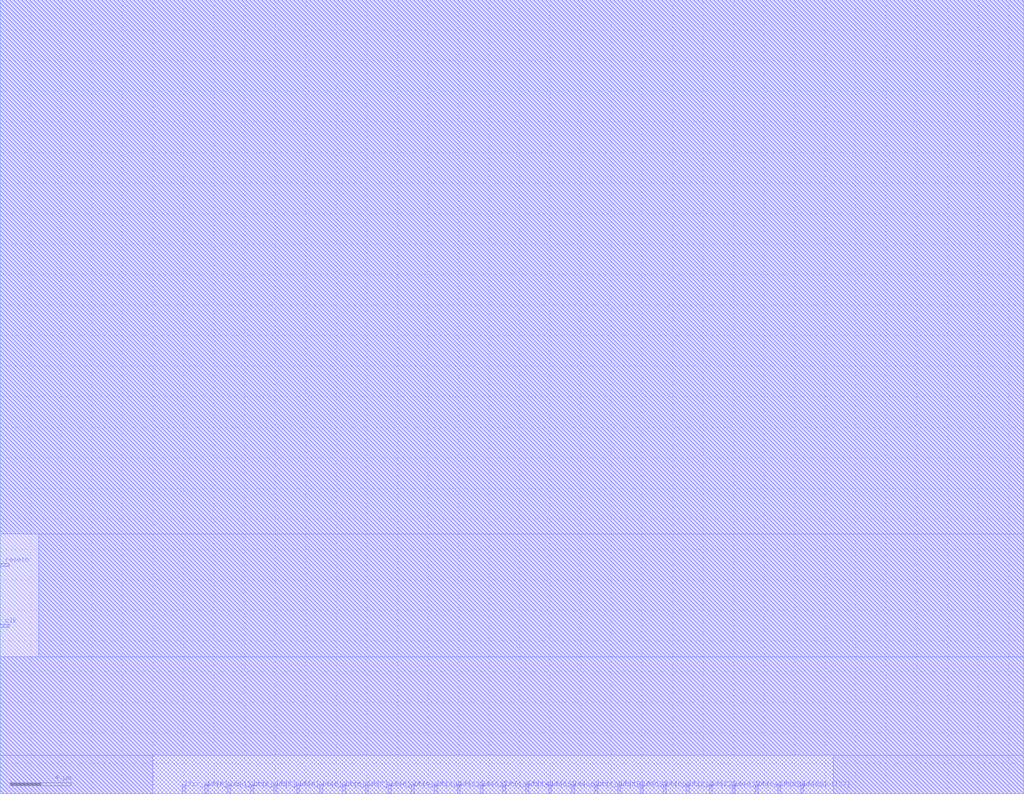
<source format=lef>
##
## LEF for PtnCells ;
## created by Encounter v14.23-s044_1 on Wed Feb 27 22:15:21 2019
##

VERSION 5.5 ;

NAMESCASESENSITIVE ON ;
BUSBITCHARS "[]" ;
DIVIDERCHAR "/" ;

MACRO lfsr1
  CLASS BLOCK ;
  SIZE 67.0000 BY 52.0000 ;
  FOREIGN lfsr1 0.0000 0.0000 ;
  ORIGIN 0 0 ;
  SYMMETRY X Y R90 ;
  PIN clk
    DIRECTION INPUT ;
    USE SIGNAL ;
    ANTENNAPARTIALMETALAREA 5.86 LAYER M3  ;
    ANTENNAPARTIALMETALSIDEAREA 21.682 LAYER M3  ;
    ANTENNAMODEL OXIDE1 ;
    ANTENNAGATEAREA 1.7016 LAYER M3  ;
    ANTENNAMAXAREACAR 5.59473 LAYER M3  ;
    ANTENNAMAXSIDEAREACAR 20.969 LAYER M3  ;
    ANTENNAMAXCUTCAR 0.0470146 LAYER VL  ;
    PORT
      LAYER M3 ;
        RECT 0.0000 10.9000 0.6000 11.1000 ;
    END
  END clk
  PIN resetn
    DIRECTION INPUT ;
    USE SIGNAL ;
    ANTENNAPARTIALMETALAREA 5.98 LAYER M3  ;
    ANTENNAPARTIALMETALSIDEAREA 22.866 LAYER M3  ;
    ANTENNAMODEL OXIDE1 ;
    ANTENNAGATEAREA 3.9648 LAYER M3  ;
    ANTENNAMAXAREACAR 19.492 LAYER M3  ;
    ANTENNAMAXSIDEAREACAR 75.3915 LAYER M3  ;
    ANTENNAMAXCUTCAR 0.968523 LAYER VL  ;
    PORT
      LAYER M3 ;
        RECT 0.0000 14.9000 0.6000 15.1000 ;
    END
  END resetn
  PIN lfsr_out[27]
    DIRECTION OUTPUT ;
    USE SIGNAL ;
    ANTENNAPARTIALMETALAREA 6.12 LAYER M2  ;
    ANTENNAPARTIALMETALSIDEAREA 22.644 LAYER M2  ;
    ANTENNAPARTIALCUTAREA 0.04 LAYER V2  ;
    ANTENNAPARTIALMETALAREA 2.44 LAYER M3  ;
    ANTENNAPARTIALMETALSIDEAREA 9.176 LAYER M3  ;
    ANTENNAMODEL OXIDE1 ;
    ANTENNAGATEAREA 1.2552 LAYER M3  ;
    ANTENNAMAXAREACAR 3.40913 LAYER M3  ;
    ANTENNAMAXSIDEAREACAR 12.9484 LAYER M3  ;
    ANTENNAMAXCUTCAR 0.358423 LAYER VL  ;
    PORT
      LAYER M2 ;
        RECT 52.4000 0.0000 52.6000 0.6000 ;
    END
  END lfsr_out[27]
  PIN lfsr_out[26]
    DIRECTION OUTPUT ;
    USE SIGNAL ;
    ANTENNAPARTIALMETALAREA 5.14 LAYER M2  ;
    ANTENNAPARTIALMETALSIDEAREA 19.018 LAYER M2  ;
    ANTENNAPARTIALCUTAREA 0.04 LAYER V2  ;
    ANTENNAPARTIALMETALAREA 2.4 LAYER M3  ;
    ANTENNAPARTIALMETALSIDEAREA 9.176 LAYER M3  ;
    ANTENNAMODEL OXIDE1 ;
    ANTENNAGATEAREA 1.0896 LAYER M3  ;
    ANTENNAMAXAREACAR 6.06375 LAYER M3  ;
    ANTENNAMAXSIDEAREACAR 26.2548 LAYER M3  ;
    ANTENNAMAXCUTCAR 1.38889 LAYER VL  ;
    PORT
      LAYER M2 ;
        RECT 50.9000 0.0000 51.1000 0.6000 ;
    END
  END lfsr_out[26]
  PIN lfsr_out[25]
    DIRECTION OUTPUT ;
    USE SIGNAL ;
    ANTENNAPARTIALMETALAREA 5.14 LAYER M2  ;
    ANTENNAPARTIALMETALSIDEAREA 19.018 LAYER M2  ;
    ANTENNAPARTIALCUTAREA 0.04 LAYER V2  ;
    ANTENNAPARTIALMETALAREA 0.54 LAYER M3  ;
    ANTENNAPARTIALMETALSIDEAREA 2.146 LAYER M3  ;
    ANTENNAMODEL OXIDE1 ;
    ANTENNAGATEAREA 1.0896 LAYER M3  ;
    ANTENNAMAXAREACAR 3.0443 LAYER M3  ;
    ANTENNAMAXSIDEAREACAR 12.5133 LAYER M3  ;
    ANTENNAMAXCUTCAR 0.731155 LAYER VL  ;
    PORT
      LAYER M2 ;
        RECT 49.4000 0.0000 49.6000 0.6000 ;
    END
  END lfsr_out[25]
  PIN lfsr_out[24]
    DIRECTION OUTPUT ;
    USE SIGNAL ;
    ANTENNAPARTIALMETALAREA 4.7 LAYER M2  ;
    ANTENNAPARTIALMETALSIDEAREA 17.39 LAYER M2  ;
    ANTENNAPARTIALCUTAREA 0.04 LAYER V2  ;
    ANTENNAPARTIALMETALAREA 3.4 LAYER M3  ;
    ANTENNAPARTIALMETALSIDEAREA 12.728 LAYER M3  ;
    ANTENNAMODEL OXIDE1 ;
    ANTENNAGATEAREA 1.0896 LAYER M3  ;
    ANTENNAMAXAREACAR 12.5371 LAYER M3  ;
    ANTENNAMAXSIDEAREACAR 50.0702 LAYER M3  ;
    ANTENNAMAXCUTCAR 1.38889 LAYER VL  ;
    PORT
      LAYER M2 ;
        RECT 47.9000 0.0000 48.1000 0.6000 ;
    END
  END lfsr_out[24]
  PIN lfsr_out[23]
    DIRECTION OUTPUT ;
    USE SIGNAL ;
    ANTENNAPARTIALMETALAREA 4.7 LAYER M2  ;
    ANTENNAPARTIALMETALSIDEAREA 17.538 LAYER M2  ;
    ANTENNAMODEL OXIDE1 ;
    ANTENNAGATEAREA 1.1136 LAYER M2  ;
    ANTENNAMAXAREACAR 5.91662 LAYER M2  ;
    ANTENNAMAXSIDEAREACAR 22.4156 LAYER M2  ;
    ANTENNAPARTIALCUTAREA 0.04 LAYER V2  ;
    ANTENNAMAXCUTCAR 0.526116 LAYER V2  ;
    ANTENNAPARTIALMETALAREA 1.48 LAYER M3  ;
    ANTENNAPARTIALMETALSIDEAREA 5.624 LAYER M3  ;
    ANTENNAGATEAREA 1.1712 LAYER M3  ;
    ANTENNAMAXAREACAR 7.18029 LAYER M3  ;
    ANTENNAMAXSIDEAREACAR 27.2175 LAYER M3  ;
    ANTENNAMAXCUTCAR 1.38889 LAYER VL  ;
    PORT
      LAYER M2 ;
        RECT 46.4000 0.0000 46.6000 0.6000 ;
    END
  END lfsr_out[23]
  PIN lfsr_out[22]
    DIRECTION OUTPUT ;
    USE SIGNAL ;
    ANTENNAPARTIALMETALAREA 4.94 LAYER M2  ;
    ANTENNAPARTIALMETALSIDEAREA 18.278 LAYER M2  ;
    ANTENNAMODEL OXIDE1 ;
    ANTENNAGATEAREA 0.0576 LAYER M2  ;
    ANTENNAMAXAREACAR 87.5417 LAYER M2  ;
    ANTENNAMAXSIDEAREACAR 324.882 LAYER M2  ;
    ANTENNAPARTIALCUTAREA 0.04 LAYER V2  ;
    ANTENNAMAXCUTCAR 1.38889 LAYER V2  ;
    ANTENNAPARTIALMETALAREA 1.96 LAYER M3  ;
    ANTENNAPARTIALMETALSIDEAREA 7.4 LAYER M3  ;
    ANTENNAGATEAREA 1.0896 LAYER M3  ;
    ANTENNAMAXAREACAR 89.3405 LAYER M3  ;
    ANTENNAMAXSIDEAREACAR 331.673 LAYER M3  ;
    ANTENNAMAXCUTCAR 1.38889 LAYER VL  ;
    PORT
      LAYER M2 ;
        RECT 44.9000 0.0000 45.1000 0.6000 ;
    END
  END lfsr_out[22]
  PIN lfsr_out[21]
    DIRECTION OUTPUT ;
    USE SIGNAL ;
    ANTENNAPARTIALMETALAREA 0.1 LAYER M2  ;
    ANTENNAPARTIALMETALSIDEAREA 0.37 LAYER M2  ;
    ANTENNAPARTIALCUTAREA 0.04 LAYER V2  ;
    ANTENNAPARTIALMETALAREA 3.98 LAYER M3  ;
    ANTENNAPARTIALMETALSIDEAREA 15.022 LAYER M3  ;
    ANTENNAMODEL OXIDE1 ;
    ANTENNAGATEAREA 1.0896 LAYER M3  ;
    ANTENNAMAXAREACAR 10.2916 LAYER M3  ;
    ANTENNAMAXSIDEAREACAR 41.8978 LAYER M3  ;
    ANTENNAMAXCUTCAR 1.38889 LAYER VL  ;
    PORT
      LAYER M2 ;
        RECT 43.4000 0.0000 43.6000 0.6000 ;
    END
  END lfsr_out[21]
  PIN lfsr_out[20]
    DIRECTION OUTPUT ;
    USE SIGNAL ;
    ANTENNAPARTIALMETALAREA 0.34 LAYER M2  ;
    ANTENNAPARTIALMETALSIDEAREA 1.258 LAYER M2  ;
    ANTENNAPARTIALCUTAREA 0.04 LAYER V2  ;
    ANTENNAPARTIALMETALAREA 3.32 LAYER M3  ;
    ANTENNAPARTIALMETALSIDEAREA 12.58 LAYER M3  ;
    ANTENNAMODEL OXIDE1 ;
    ANTENNAGATEAREA 1.0896 LAYER M3  ;
    ANTENNAMAXAREACAR 6.9081 LAYER M3  ;
    ANTENNAMAXSIDEAREACAR 29.3789 LAYER M3  ;
    ANTENNAMAXCUTCAR 1.38889 LAYER VL  ;
    PORT
      LAYER M2 ;
        RECT 41.9000 0.0000 42.1000 0.6000 ;
    END
  END lfsr_out[20]
  PIN lfsr_out[19]
    DIRECTION OUTPUT ;
    USE SIGNAL ;
    ANTENNAPARTIALMETALAREA 2.48 LAYER M2  ;
    ANTENNAPARTIALMETALSIDEAREA 9.176 LAYER M2  ;
    ANTENNAPARTIALCUTAREA 0.04 LAYER V2  ;
    ANTENNAPARTIALMETALAREA 2.04 LAYER M3  ;
    ANTENNAPARTIALMETALSIDEAREA 7.696 LAYER M3  ;
    ANTENNAMODEL OXIDE1 ;
    ANTENNAGATEAREA 1.0896 LAYER M3  ;
    ANTENNAMAXAREACAR 15.4556 LAYER M3  ;
    ANTENNAMAXSIDEAREACAR 60.8687 LAYER M3  ;
    ANTENNAMAXCUTCAR 1.38889 LAYER VL  ;
    PORT
      LAYER M2 ;
        RECT 40.4000 0.0000 40.6000 0.6000 ;
    END
  END lfsr_out[19]
  PIN lfsr_out[18]
    DIRECTION OUTPUT ;
    USE SIGNAL ;
    ANTENNAPARTIALMETALAREA 1.14 LAYER M2  ;
    ANTENNAPARTIALMETALSIDEAREA 4.218 LAYER M2  ;
    ANTENNAPARTIALCUTAREA 0.04 LAYER V2  ;
    ANTENNAPARTIALMETALAREA 0.68 LAYER M3  ;
    ANTENNAPARTIALMETALSIDEAREA 2.664 LAYER M3  ;
    ANTENNAMODEL OXIDE1 ;
    ANTENNAGATEAREA 1.0896 LAYER M3  ;
    ANTENNAMAXAREACAR 4.12726 LAYER M3  ;
    ANTENNAMAXSIDEAREACAR 16.5203 LAYER M3  ;
    ANTENNAMAXCUTCAR 0.731155 LAYER VL  ;
    PORT
      LAYER M2 ;
        RECT 38.9000 0.0000 39.1000 0.6000 ;
    END
  END lfsr_out[18]
  PIN lfsr_out[17]
    DIRECTION OUTPUT ;
    USE SIGNAL ;
    ANTENNAPARTIALMETALAREA 3.06 LAYER M2  ;
    ANTENNAPARTIALMETALSIDEAREA 11.322 LAYER M2  ;
    ANTENNAPARTIALCUTAREA 0.04 LAYER V2  ;
    ANTENNAPARTIALMETALAREA 0.62 LAYER M3  ;
    ANTENNAPARTIALMETALSIDEAREA 2.442 LAYER M3  ;
    ANTENNAMODEL OXIDE1 ;
    ANTENNAGATEAREA 1.0896 LAYER M3  ;
    ANTENNAMAXAREACAR 3.0443 LAYER M3  ;
    ANTENNAMAXSIDEAREACAR 12.5133 LAYER M3  ;
    ANTENNAMAXCUTCAR 0.731155 LAYER VL  ;
    PORT
      LAYER M2 ;
        RECT 37.4000 0.0000 37.6000 0.6000 ;
    END
  END lfsr_out[17]
  PIN lfsr_out[16]
    DIRECTION OUTPUT ;
    USE SIGNAL ;
    ANTENNAPARTIALMETALAREA 2.5 LAYER M2  ;
    ANTENNAPARTIALMETALSIDEAREA 9.25 LAYER M2  ;
    ANTENNAPARTIALCUTAREA 0.04 LAYER V2  ;
    ANTENNAPARTIALMETALAREA 3.48 LAYER M3  ;
    ANTENNAPARTIALMETALSIDEAREA 13.172 LAYER M3  ;
    ANTENNAMODEL OXIDE1 ;
    ANTENNAGATEAREA 1.2288 LAYER M3  ;
    ANTENNAMAXAREACAR 6.26179 LAYER M3  ;
    ANTENNAMAXSIDEAREACAR 24.5231 LAYER M3  ;
    ANTENNAMAXCUTCAR 0.767866 LAYER VL  ;
    PORT
      LAYER M2 ;
        RECT 35.9000 0.0000 36.1000 0.6000 ;
    END
  END lfsr_out[16]
  PIN lfsr_out[15]
    DIRECTION OUTPUT ;
    USE SIGNAL ;
    ANTENNAPARTIALMETALAREA 5.64 LAYER M2  ;
    ANTENNAPARTIALMETALSIDEAREA 20.868 LAYER M2  ;
    ANTENNAMODEL OXIDE1 ;
    ANTENNAGATEAREA 0.0576 LAYER M2  ;
    ANTENNAMAXAREACAR 99.6944 LAYER M2  ;
    ANTENNAMAXSIDEAREACAR 369.847 LAYER M2  ;
    ANTENNAPARTIALCUTAREA 0.04 LAYER V2  ;
    ANTENNAMAXCUTCAR 1.38889 LAYER V2  ;
    ANTENNAPARTIALMETALAREA 1 LAYER M3  ;
    ANTENNAPARTIALMETALSIDEAREA 3.848 LAYER M3  ;
    ANTENNAGATEAREA 1.0896 LAYER M3  ;
    ANTENNAMAXAREACAR 100.612 LAYER M3  ;
    ANTENNAMAXSIDEAREACAR 373.379 LAYER M3  ;
    ANTENNAMAXCUTCAR 1.38889 LAYER VL  ;
    PORT
      LAYER M2 ;
        RECT 34.4000 0.0000 34.6000 0.6000 ;
    END
  END lfsr_out[15]
  PIN lfsr_out[14]
    DIRECTION OUTPUT ;
    USE SIGNAL ;
    ANTENNAPARTIALMETALAREA 5.94 LAYER M2  ;
    ANTENNAPARTIALMETALSIDEAREA 21.978 LAYER M2  ;
    ANTENNAPARTIALCUTAREA 0.04 LAYER V2  ;
    ANTENNAPARTIALMETALAREA 0.6 LAYER M3  ;
    ANTENNAPARTIALMETALSIDEAREA 2.368 LAYER M3  ;
    ANTENNAMODEL OXIDE1 ;
    ANTENNAGATEAREA 1.0896 LAYER M3  ;
    ANTENNAMAXAREACAR 3.02594 LAYER M3  ;
    ANTENNAMAXSIDEAREACAR 12.4454 LAYER M3  ;
    ANTENNAMAXCUTCAR 0.731155 LAYER VL  ;
    PORT
      LAYER M2 ;
        RECT 32.9000 0.0000 33.1000 0.6000 ;
    END
  END lfsr_out[14]
  PIN lfsr_out[13]
    DIRECTION OUTPUT ;
    USE SIGNAL ;
    ANTENNAPARTIALMETALAREA 0.1 LAYER M2  ;
    ANTENNAPARTIALMETALSIDEAREA 0.37 LAYER M2  ;
    ANTENNAPARTIALCUTAREA 0.04 LAYER V2  ;
    ANTENNAPARTIALMETALAREA 2.06 LAYER M3  ;
    ANTENNAPARTIALMETALSIDEAREA 7.77 LAYER M3  ;
    ANTENNAMODEL OXIDE1 ;
    ANTENNAGATEAREA 1.0896 LAYER M3  ;
    ANTENNAMAXAREACAR 9.65223 LAYER M3  ;
    ANTENNAMAXSIDEAREACAR 36.9627 LAYER M3  ;
    ANTENNAMAXCUTCAR 0.731155 LAYER VL  ;
    PORT
      LAYER M2 ;
        RECT 31.4000 0.0000 31.6000 0.6000 ;
    END
  END lfsr_out[13]
  PIN lfsr_out[12]
    DIRECTION OUTPUT ;
    USE SIGNAL ;
    ANTENNAPARTIALMETALAREA 1.86 LAYER M2  ;
    ANTENNAPARTIALMETALSIDEAREA 6.882 LAYER M2  ;
    ANTENNAPARTIALCUTAREA 0.04 LAYER V2  ;
    ANTENNAPARTIALMETALAREA 0.32 LAYER M3  ;
    ANTENNAPARTIALMETALSIDEAREA 1.332 LAYER M3  ;
    ANTENNAMODEL OXIDE1 ;
    ANTENNAGATEAREA 1.0896 LAYER M3  ;
    ANTENNAMAXAREACAR 6.14635 LAYER M3  ;
    ANTENNAMAXSIDEAREACAR 23.9909 LAYER M3  ;
    ANTENNAMAXCUTCAR 0.731155 LAYER VL  ;
    PORT
      LAYER M2 ;
        RECT 29.9000 0.0000 30.1000 0.6000 ;
    END
  END lfsr_out[12]
  PIN lfsr_out[11]
    DIRECTION OUTPUT ;
    USE SIGNAL ;
    ANTENNAPARTIALMETALAREA 2.66 LAYER M2  ;
    ANTENNAPARTIALMETALSIDEAREA 9.842 LAYER M2  ;
    ANTENNAPARTIALCUTAREA 0.04 LAYER V2  ;
    ANTENNAPARTIALMETALAREA 1.38 LAYER M3  ;
    ANTENNAPARTIALMETALSIDEAREA 5.254 LAYER M3  ;
    ANTENNAMODEL OXIDE1 ;
    ANTENNAGATEAREA 1.0896 LAYER M3  ;
    ANTENNAMAXAREACAR 5.02668 LAYER M3  ;
    ANTENNAMAXSIDEAREACAR 19.984 LAYER M3  ;
    ANTENNAMAXCUTCAR 0.731155 LAYER VL  ;
    PORT
      LAYER M2 ;
        RECT 28.4000 0.0000 28.6000 0.6000 ;
    END
  END lfsr_out[11]
  PIN lfsr_out[10]
    DIRECTION OUTPUT ;
    USE SIGNAL ;
    ANTENNAPARTIALMETALAREA 3.46 LAYER M2  ;
    ANTENNAPARTIALMETALSIDEAREA 12.802 LAYER M2  ;
    ANTENNAPARTIALCUTAREA 0.04 LAYER V2  ;
    ANTENNAPARTIALMETALAREA 0.68 LAYER M3  ;
    ANTENNAPARTIALMETALSIDEAREA 2.664 LAYER M3  ;
    ANTENNAMODEL OXIDE1 ;
    ANTENNAGATEAREA 1.0896 LAYER M3  ;
    ANTENNAMAXAREACAR 3.31963 LAYER M3  ;
    ANTENNAMAXSIDEAREACAR 13.5321 LAYER M3  ;
    ANTENNAMAXCUTCAR 0.731155 LAYER VL  ;
    PORT
      LAYER M2 ;
        RECT 26.9000 0.0000 27.1000 0.6000 ;
    END
  END lfsr_out[10]
  PIN lfsr_out[9]
    DIRECTION OUTPUT ;
    USE SIGNAL ;
    ANTENNAPARTIALMETALAREA 2.74 LAYER M2  ;
    ANTENNAPARTIALMETALSIDEAREA 10.138 LAYER M2  ;
    ANTENNAPARTIALCUTAREA 0.04 LAYER V2  ;
    ANTENNAPARTIALMETALAREA 0.62 LAYER M3  ;
    ANTENNAPARTIALMETALSIDEAREA 2.442 LAYER M3  ;
    ANTENNAMODEL OXIDE1 ;
    ANTENNAGATEAREA 1.0896 LAYER M3  ;
    ANTENNAMAXAREACAR 4.14562 LAYER M3  ;
    ANTENNAMAXSIDEAREACAR 16.5882 LAYER M3  ;
    ANTENNAMAXCUTCAR 0.731155 LAYER VL  ;
    PORT
      LAYER M2 ;
        RECT 25.4000 0.0000 25.6000 0.6000 ;
    END
  END lfsr_out[9]
  PIN lfsr_out[8]
    DIRECTION OUTPUT ;
    USE SIGNAL ;
    ANTENNAPARTIALMETALAREA 1.94 LAYER M2  ;
    ANTENNAPARTIALMETALSIDEAREA 7.178 LAYER M2  ;
    ANTENNAPARTIALCUTAREA 0.04 LAYER V2  ;
    ANTENNAPARTIALMETALAREA 1.44 LAYER M3  ;
    ANTENNAPARTIALMETALSIDEAREA 5.476 LAYER M3  ;
    ANTENNAMODEL OXIDE1 ;
    ANTENNAGATEAREA 1.0896 LAYER M3  ;
    ANTENNAMAXAREACAR 4.2374 LAYER M3  ;
    ANTENNAMAXSIDEAREACAR 16.9278 LAYER M3  ;
    ANTENNAMAXCUTCAR 0.731155 LAYER VL  ;
    PORT
      LAYER M2 ;
        RECT 23.9000 0.0000 24.1000 0.6000 ;
    END
  END lfsr_out[8]
  PIN lfsr_out[7]
    DIRECTION OUTPUT ;
    USE SIGNAL ;
    ANTENNAPARTIALMETALAREA 2.4 LAYER M2  ;
    ANTENNAPARTIALMETALSIDEAREA 8.88 LAYER M2  ;
    ANTENNAMODEL OXIDE1 ;
    ANTENNAGATEAREA 1.0896 LAYER M2  ;
    ANTENNAMAXAREACAR 3.98042 LAYER M2  ;
    ANTENNAMAXSIDEAREACAR 15.7053 LAYER M2  ;
    ANTENNAMAXCUTCAR 0.694444 LAYER V2  ;
    PORT
      LAYER M2 ;
        RECT 22.4000 0.0000 22.6000 0.6000 ;
    END
  END lfsr_out[7]
  PIN lfsr_out[6]
    DIRECTION OUTPUT ;
    USE SIGNAL ;
    ANTENNAPARTIALMETALAREA 0.9 LAYER M2  ;
    ANTENNAPARTIALMETALSIDEAREA 3.33 LAYER M2  ;
    ANTENNAPARTIALCUTAREA 0.04 LAYER V2  ;
    ANTENNAPARTIALMETALAREA 1.96 LAYER M3  ;
    ANTENNAPARTIALMETALSIDEAREA 7.4 LAYER M3  ;
    ANTENNAMODEL OXIDE1 ;
    ANTENNAGATEAREA 1.0896 LAYER M3  ;
    ANTENNAMAXAREACAR 5.44885 LAYER M3  ;
    ANTENNAMAXSIDEAREACAR 21.4102 LAYER M3  ;
    ANTENNAMAXCUTCAR 0.731155 LAYER VL  ;
    PORT
      LAYER M2 ;
        RECT 20.9000 0.0000 21.1000 0.6000 ;
    END
  END lfsr_out[6]
  PIN lfsr_out[5]
    DIRECTION OUTPUT ;
    USE SIGNAL ;
    ANTENNAPARTIALMETALAREA 3.72 LAYER M2  ;
    ANTENNAPARTIALMETALSIDEAREA 13.764 LAYER M2  ;
    ANTENNAMODEL OXIDE1 ;
    ANTENNAGATEAREA 1.0896 LAYER M2  ;
    ANTENNAMAXAREACAR 5.19187 LAYER M2  ;
    ANTENNAMAXSIDEAREACAR 20.1877 LAYER M2  ;
    ANTENNAMAXCUTCAR 0.694444 LAYER V2  ;
    PORT
      LAYER M2 ;
        RECT 19.4000 0.0000 19.6000 0.6000 ;
    END
  END lfsr_out[5]
  PIN lfsr_out[4]
    DIRECTION OUTPUT ;
    USE SIGNAL ;
    ANTENNAPARTIALMETALAREA 0.74 LAYER M2  ;
    ANTENNAPARTIALMETALSIDEAREA 2.738 LAYER M2  ;
    ANTENNAPARTIALCUTAREA 0.04 LAYER V2  ;
    ANTENNAPARTIALMETALAREA 1.52 LAYER M3  ;
    ANTENNAPARTIALMETALSIDEAREA 5.772 LAYER M3  ;
    ANTENNAMODEL OXIDE1 ;
    ANTENNAGATEAREA 1.0896 LAYER M3  ;
    ANTENNAMAXAREACAR 6.58688 LAYER M3  ;
    ANTENNAMAXSIDEAREACAR 25.6209 LAYER M3  ;
    ANTENNAMAXCUTCAR 0.731155 LAYER VL  ;
    PORT
      LAYER M2 ;
        RECT 17.9000 0.0000 18.1000 0.6000 ;
    END
  END lfsr_out[4]
  PIN lfsr_out[3]
    DIRECTION OUTPUT ;
    USE SIGNAL ;
    ANTENNAPARTIALMETALAREA 4.02 LAYER M2  ;
    ANTENNAPARTIALMETALSIDEAREA 14.874 LAYER M2  ;
    ANTENNAPARTIALCUTAREA 0.04 LAYER V2  ;
    ANTENNAPARTIALMETALAREA 0.54 LAYER M3  ;
    ANTENNAPARTIALMETALSIDEAREA 2.146 LAYER M3  ;
    ANTENNAMODEL OXIDE1 ;
    ANTENNAGATEAREA 1.0896 LAYER M3  ;
    ANTENNAMAXAREACAR 3.33798 LAYER M3  ;
    ANTENNAMAXSIDEAREACAR 13.6 LAYER M3  ;
    ANTENNAMAXCUTCAR 0.731155 LAYER VL  ;
    PORT
      LAYER M2 ;
        RECT 16.4000 0.0000 16.6000 0.6000 ;
    END
  END lfsr_out[3]
  PIN lfsr_out[2]
    DIRECTION OUTPUT ;
    USE SIGNAL ;
    ANTENNAPARTIALMETALAREA 3.7 LAYER M2  ;
    ANTENNAPARTIALMETALSIDEAREA 13.69 LAYER M2  ;
    ANTENNAPARTIALCUTAREA 0.04 LAYER V2  ;
    ANTENNAPARTIALMETALAREA 0.84 LAYER M3  ;
    ANTENNAPARTIALMETALSIDEAREA 3.256 LAYER M3  ;
    ANTENNAMODEL OXIDE1 ;
    ANTENNAGATEAREA 1.0896 LAYER M3  ;
    ANTENNAMAXAREACAR 4.49437 LAYER M3  ;
    ANTENNAMAXSIDEAREACAR 17.8786 LAYER M3  ;
    ANTENNAMAXCUTCAR 0.731155 LAYER VL  ;
    PORT
      LAYER M2 ;
        RECT 14.9000 0.0000 15.1000 0.6000 ;
    END
  END lfsr_out[2]
  PIN lfsr_out[1]
    DIRECTION OUTPUT ;
    USE SIGNAL ;
    ANTENNAPARTIALMETALAREA 5.06 LAYER M2  ;
    ANTENNAPARTIALMETALSIDEAREA 18.722 LAYER M2  ;
    ANTENNAPARTIALCUTAREA 0.04 LAYER V2  ;
    ANTENNAPARTIALMETALAREA 1.14 LAYER M3  ;
    ANTENNAPARTIALMETALSIDEAREA 4.366 LAYER M3  ;
    ANTENNAMODEL OXIDE1 ;
    ANTENNAGATEAREA 1.0896 LAYER M3  ;
    ANTENNAMAXAREACAR 4.32917 LAYER M3  ;
    ANTENNAMAXSIDEAREACAR 17.2674 LAYER M3  ;
    ANTENNAMAXCUTCAR 0.731155 LAYER VL  ;
    PORT
      LAYER M2 ;
        RECT 13.4000 0.0000 13.6000 0.6000 ;
    END
  END lfsr_out[1]
  PIN lfsr_out[0]
    DIRECTION OUTPUT ;
    USE SIGNAL ;
    ANTENNAPARTIALMETALAREA 2.26 LAYER M2  ;
    ANTENNAPARTIALMETALSIDEAREA 8.362 LAYER M2  ;
    ANTENNAPARTIALCUTAREA 0.04 LAYER V2  ;
    ANTENNAPARTIALMETALAREA 6.84 LAYER M3  ;
    ANTENNAPARTIALMETALSIDEAREA 25.604 LAYER M3  ;
    ANTENNAMODEL OXIDE1 ;
    ANTENNAGATEAREA 1.2288 LAYER M3  ;
    ANTENNAMAXAREACAR 19.9572 LAYER M3  ;
    ANTENNAMAXSIDEAREACAR 75.3883 LAYER M3  ;
    ANTENNAMAXCUTCAR 1.38889 LAYER VL  ;
    PORT
      LAYER M2 ;
        RECT 11.9000 0.0000 12.1000 0.6000 ;
    END
  END lfsr_out[0]
  OBS
    LAYER M1 ;
      RECT 0.0000 0.0000 67.0000 52.0000 ;
    LAYER M2 ;
      RECT 0.0000 2.5200 67.0000 52.0000 ;
      RECT 54.5200 0.0000 67.0000 2.5200 ;
      RECT 0.0000 0.0000 9.9800 2.5200 ;
    LAYER M3 ;
      RECT 0.0000 17.0200 67.0000 52.0000 ;
      RECT 2.5200 8.9800 67.0000 17.0200 ;
      RECT 0.0000 0.0000 67.0000 8.9800 ;
    LAYER MQ ;
      RECT 0.0000 0.0000 67.0000 52.0000 ;
  END
END lfsr1

END LIBRARY

</source>
